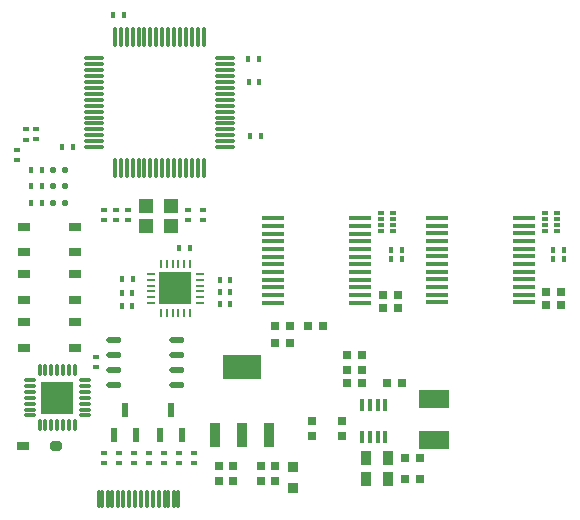
<source format=gtp>
G04*
G04 #@! TF.GenerationSoftware,Altium Limited,Altium Designer,21.5.1 (32)*
G04*
G04 Layer_Color=8421504*
%FSLAX25Y25*%
%MOIN*%
G70*
G04*
G04 #@! TF.SameCoordinates,8B6BA037-C385-438B-B8BE-B681DC7B7FEC*
G04*
G04*
G04 #@! TF.FilePolarity,Positive*
G04*
G01*
G75*
%ADD20R,0.01968X0.01575*%
%ADD21O,0.05118X0.01968*%
%ADD22R,0.01575X0.01968*%
%ADD23R,0.03937X0.03150*%
G04:AMPARAMS|DCode=24|XSize=39.37mil|YSize=31.5mil|CornerRadius=0mil|HoleSize=0mil|Usage=FLASHONLY|Rotation=0.000|XOffset=0mil|YOffset=0mil|HoleType=Round|Shape=Octagon|*
%AMOCTAGOND24*
4,1,8,0.01968,-0.00787,0.01968,0.00787,0.01181,0.01575,-0.01181,0.01575,-0.01968,0.00787,-0.01968,-0.00787,-0.01181,-0.01575,0.01181,-0.01575,0.01968,-0.00787,0.0*
%
%ADD24OCTAGOND24*%

%ADD25O,0.07087X0.01181*%
%ADD26O,0.01181X0.07087*%
%ADD27O,0.07480X0.01575*%
%ADD28R,0.07480X0.01575*%
%ADD29R,0.03937X0.02756*%
%ADD30R,0.11024X0.10630*%
G04:AMPARAMS|DCode=31|XSize=12mil|YSize=38mil|CornerRadius=3mil|HoleSize=0mil|Usage=FLASHONLY|Rotation=270.000|XOffset=0mil|YOffset=0mil|HoleType=Round|Shape=RoundedRectangle|*
%AMROUNDEDRECTD31*
21,1,0.01200,0.03200,0,0,270.0*
21,1,0.00600,0.03800,0,0,270.0*
1,1,0.00600,-0.01600,-0.00300*
1,1,0.00600,-0.01600,0.00300*
1,1,0.00600,0.01600,0.00300*
1,1,0.00600,0.01600,-0.00300*
%
%ADD31ROUNDEDRECTD31*%
G04:AMPARAMS|DCode=32|XSize=12mil|YSize=38mil|CornerRadius=3mil|HoleSize=0mil|Usage=FLASHONLY|Rotation=0.000|XOffset=0mil|YOffset=0mil|HoleType=Round|Shape=RoundedRectangle|*
%AMROUNDEDRECTD32*
21,1,0.01200,0.03200,0,0,0.0*
21,1,0.00600,0.03800,0,0,0.0*
1,1,0.00600,0.00300,-0.01600*
1,1,0.00600,-0.00300,-0.01600*
1,1,0.00600,-0.00300,0.01600*
1,1,0.00600,0.00300,0.01600*
%
%ADD32ROUNDEDRECTD32*%
G04:AMPARAMS|DCode=33|XSize=59.06mil|YSize=11.81mil|CornerRadius=2.95mil|HoleSize=0mil|Usage=FLASHONLY|Rotation=90.000|XOffset=0mil|YOffset=0mil|HoleType=Round|Shape=RoundedRectangle|*
%AMROUNDEDRECTD33*
21,1,0.05906,0.00591,0,0,90.0*
21,1,0.05315,0.01181,0,0,90.0*
1,1,0.00591,0.00295,0.02657*
1,1,0.00591,0.00295,-0.02657*
1,1,0.00591,-0.00295,-0.02657*
1,1,0.00591,-0.00295,0.02657*
%
%ADD33ROUNDEDRECTD33*%
%ADD34R,0.03000X0.03000*%
%ADD35R,0.03000X0.03000*%
%ADD36R,0.03500X0.05000*%
%ADD37R,0.01700X0.03850*%
%ADD38R,0.03543X0.08268*%
%ADD39R,0.12598X0.08268*%
%ADD40R,0.02362X0.05118*%
%ADD41R,0.03500X0.03500*%
%ADD42R,0.09843X0.05906*%
G04:AMPARAMS|DCode=43|XSize=20mil|YSize=20mil|CornerRadius=5mil|HoleSize=0mil|Usage=FLASHONLY|Rotation=90.000|XOffset=0mil|YOffset=0mil|HoleType=Round|Shape=RoundedRectangle|*
%AMROUNDEDRECTD43*
21,1,0.02000,0.01000,0,0,90.0*
21,1,0.01000,0.02000,0,0,90.0*
1,1,0.01000,0.00500,0.00500*
1,1,0.01000,0.00500,-0.00500*
1,1,0.01000,-0.00500,-0.00500*
1,1,0.01000,-0.00500,0.00500*
%
%ADD43ROUNDEDRECTD43*%
%ADD44O,0.00984X0.02756*%
%ADD45O,0.02756X0.00984*%
%ADD46R,0.10630X0.11024*%
%ADD47R,0.02362X0.01181*%
%ADD48R,0.02362X0.01575*%
%ADD49R,0.05118X0.04724*%
D20*
X19000Y63673D02*
D03*
Y60327D02*
D03*
X-7500Y129327D02*
D03*
Y132673D02*
D03*
X-4500Y136229D02*
D03*
X-4500Y139772D02*
D03*
X46500Y28327D02*
D03*
Y31673D02*
D03*
X41500D02*
D03*
Y28327D02*
D03*
X21500Y31673D02*
D03*
Y28327D02*
D03*
X31500Y31673D02*
D03*
Y28327D02*
D03*
X36500D02*
D03*
Y31673D02*
D03*
X51500D02*
D03*
Y28327D02*
D03*
X26500Y31673D02*
D03*
Y28327D02*
D03*
X-1000Y136500D02*
D03*
Y139847D02*
D03*
X29634Y109346D02*
D03*
X29634Y112889D02*
D03*
X25500Y109417D02*
D03*
Y112764D02*
D03*
X21500Y109319D02*
D03*
X21500Y112862D02*
D03*
X49500Y112862D02*
D03*
X49500Y109319D02*
D03*
X54500Y109319D02*
D03*
X54500Y112862D02*
D03*
D21*
X45933Y54500D02*
D03*
Y59500D02*
D03*
Y64500D02*
D03*
Y69500D02*
D03*
X25067Y54500D02*
D03*
Y59500D02*
D03*
Y64500D02*
D03*
Y69500D02*
D03*
D22*
X7728Y133591D02*
D03*
X11271Y133590D02*
D03*
X756Y115091D02*
D03*
X-2591D02*
D03*
X756Y120591D02*
D03*
X-2591D02*
D03*
X756Y126091D02*
D03*
X-2591D02*
D03*
X50181Y100090D02*
D03*
X46638Y100091D02*
D03*
X63736Y81295D02*
D03*
X60193Y81295D02*
D03*
X60291Y85295D02*
D03*
X63637D02*
D03*
X63736Y89295D02*
D03*
X60193Y89295D02*
D03*
X27729Y80795D02*
D03*
X31075D02*
D03*
X27729Y85193D02*
D03*
X31075D02*
D03*
X31272Y89590D02*
D03*
X27729Y89591D02*
D03*
X174771Y96500D02*
D03*
X171228Y96500D02*
D03*
X171229Y99500D02*
D03*
X174772Y99500D02*
D03*
X120772D02*
D03*
X117229Y99500D02*
D03*
X120771Y96500D02*
D03*
X117228Y96500D02*
D03*
X73772Y137500D02*
D03*
X70229Y137500D02*
D03*
X73173Y155500D02*
D03*
X69827D02*
D03*
X73272Y163181D02*
D03*
X69729Y163181D02*
D03*
X28272Y177590D02*
D03*
X24729Y177591D02*
D03*
D23*
X-5524Y34000D02*
D03*
D24*
X5500D02*
D03*
D25*
X18150Y133736D02*
D03*
Y135705D02*
D03*
Y137673D02*
D03*
Y139642D02*
D03*
Y141610D02*
D03*
Y143579D02*
D03*
Y145547D02*
D03*
Y147516D02*
D03*
Y149484D02*
D03*
Y151453D02*
D03*
Y153421D02*
D03*
Y155390D02*
D03*
Y157358D02*
D03*
Y159327D02*
D03*
Y161295D02*
D03*
Y163264D02*
D03*
X61850Y151453D02*
D03*
Y149484D02*
D03*
Y147516D02*
D03*
Y137673D02*
D03*
Y135705D02*
D03*
Y133736D02*
D03*
Y145547D02*
D03*
Y141610D02*
D03*
Y139642D02*
D03*
Y143579D02*
D03*
Y163264D02*
D03*
Y157358D02*
D03*
Y155390D02*
D03*
Y153421D02*
D03*
Y159327D02*
D03*
Y161295D02*
D03*
D26*
X25236Y170350D02*
D03*
X27205D02*
D03*
X29173D02*
D03*
X31142D02*
D03*
X33110D02*
D03*
X35079D02*
D03*
X37047D02*
D03*
X39016D02*
D03*
X40984D02*
D03*
X42953D02*
D03*
X44921D02*
D03*
X46890D02*
D03*
X48858D02*
D03*
X50827D02*
D03*
X52795D02*
D03*
X54764D02*
D03*
Y126650D02*
D03*
X52795D02*
D03*
X50827D02*
D03*
X48858D02*
D03*
X46890D02*
D03*
X44921D02*
D03*
X42953D02*
D03*
X40984D02*
D03*
X39016D02*
D03*
X37047D02*
D03*
X35079D02*
D03*
X33110D02*
D03*
X31142D02*
D03*
X29173D02*
D03*
X27205D02*
D03*
X25236D02*
D03*
D27*
X107000Y104886D02*
D03*
Y102327D02*
D03*
Y86972D02*
D03*
Y89531D02*
D03*
Y92091D02*
D03*
Y107445D02*
D03*
Y81854D02*
D03*
Y84413D02*
D03*
X77866Y81854D02*
D03*
Y84413D02*
D03*
Y107445D02*
D03*
Y104886D02*
D03*
Y102327D02*
D03*
Y99768D02*
D03*
Y97209D02*
D03*
Y94650D02*
D03*
Y92091D02*
D03*
Y89531D02*
D03*
Y86972D02*
D03*
X107000Y110004D02*
D03*
Y99768D02*
D03*
Y97209D02*
D03*
Y94650D02*
D03*
X161567Y94720D02*
D03*
Y97280D02*
D03*
Y99839D02*
D03*
Y110075D02*
D03*
X132433Y87043D02*
D03*
Y89602D02*
D03*
Y92161D02*
D03*
Y94720D02*
D03*
Y97280D02*
D03*
Y99839D02*
D03*
Y102398D02*
D03*
Y104957D02*
D03*
Y107516D02*
D03*
Y84484D02*
D03*
Y81925D02*
D03*
X161567Y84484D02*
D03*
Y81925D02*
D03*
Y107516D02*
D03*
Y92161D02*
D03*
Y89602D02*
D03*
Y87043D02*
D03*
Y102398D02*
D03*
Y104957D02*
D03*
D28*
X77866Y110004D02*
D03*
X132433Y110075D02*
D03*
D29*
X-4964Y75323D02*
D03*
X11965D02*
D03*
X-4964Y66858D02*
D03*
X11965D02*
D03*
Y82858D02*
D03*
X-4964D02*
D03*
X11965Y91323D02*
D03*
X-4964D02*
D03*
X11965Y98768D02*
D03*
X-4964D02*
D03*
X11965Y107232D02*
D03*
X-4964D02*
D03*
D30*
X6000Y50181D02*
D03*
D31*
X-3150Y44276D02*
D03*
Y46244D02*
D03*
Y48213D02*
D03*
Y50181D02*
D03*
Y52150D02*
D03*
Y54118D02*
D03*
Y56087D02*
D03*
X15150D02*
D03*
Y54118D02*
D03*
Y52150D02*
D03*
Y50181D02*
D03*
Y48213D02*
D03*
Y46244D02*
D03*
Y44276D02*
D03*
D32*
X95Y59331D02*
D03*
X2063D02*
D03*
X4032D02*
D03*
X6000D02*
D03*
X7969D02*
D03*
X9937D02*
D03*
X11906D02*
D03*
Y41031D02*
D03*
X9937D02*
D03*
X7969D02*
D03*
X6000D02*
D03*
X4032D02*
D03*
X2063D02*
D03*
X95D02*
D03*
D33*
X33984Y16512D02*
D03*
X32016D02*
D03*
X46189D02*
D03*
X45008D02*
D03*
X43039D02*
D03*
X41858D02*
D03*
X39890D02*
D03*
X37921D02*
D03*
X35953D02*
D03*
X30047D02*
D03*
X28079D02*
D03*
X26110D02*
D03*
X24142D02*
D03*
X22961D02*
D03*
X20992D02*
D03*
X19811D02*
D03*
D34*
X91000Y37441D02*
D03*
Y42559D02*
D03*
X101000Y42559D02*
D03*
Y37441D02*
D03*
X102500Y64559D02*
D03*
Y59441D02*
D03*
X107500Y64559D02*
D03*
Y59441D02*
D03*
X59900Y27421D02*
D03*
Y22303D02*
D03*
X78701D02*
D03*
Y27421D02*
D03*
X74000Y22303D02*
D03*
Y27421D02*
D03*
X64600Y22303D02*
D03*
Y27421D02*
D03*
D35*
X107559Y55000D02*
D03*
X102441D02*
D03*
X127059Y23000D02*
D03*
X121941D02*
D03*
X127059Y30000D02*
D03*
X121941D02*
D03*
X115941Y55000D02*
D03*
X121059D02*
D03*
X94559Y74000D02*
D03*
X89441D02*
D03*
X83559Y68500D02*
D03*
X78441D02*
D03*
X83559Y74000D02*
D03*
X78440D02*
D03*
X168941Y85500D02*
D03*
X174059D02*
D03*
X168941Y81000D02*
D03*
X174059D02*
D03*
X114441Y80000D02*
D03*
X119559D02*
D03*
X114441Y84500D02*
D03*
X119559D02*
D03*
D36*
X108760Y23000D02*
D03*
X116240D02*
D03*
X108760Y30000D02*
D03*
X116240D02*
D03*
D37*
X107661Y47875D02*
D03*
X110220D02*
D03*
X112780D02*
D03*
X115339D02*
D03*
Y37125D02*
D03*
X112780D02*
D03*
X110220D02*
D03*
X107661D02*
D03*
D38*
X58445Y37870D02*
D03*
X67500D02*
D03*
X76555D02*
D03*
D39*
X67500Y60311D02*
D03*
D40*
X28500Y46134D02*
D03*
X32240Y37866D02*
D03*
X24760D02*
D03*
X40260Y37732D02*
D03*
X47740D02*
D03*
X44000Y46000D02*
D03*
D41*
X84500Y27091D02*
D03*
Y20091D02*
D03*
D42*
X131500Y49890D02*
D03*
Y36110D02*
D03*
D43*
X4583Y126091D02*
D03*
X8583D02*
D03*
X4583Y120591D02*
D03*
X8583D02*
D03*
X4583Y115091D02*
D03*
X8583D02*
D03*
D44*
X40488Y78323D02*
D03*
X42457D02*
D03*
X44425D02*
D03*
X46394D02*
D03*
X48362D02*
D03*
X50331D02*
D03*
Y94858D02*
D03*
X48362D02*
D03*
X46394D02*
D03*
X44425D02*
D03*
X42457D02*
D03*
X40488D02*
D03*
D45*
X53677Y81669D02*
D03*
Y83638D02*
D03*
Y85606D02*
D03*
Y87575D02*
D03*
Y89543D02*
D03*
Y91512D02*
D03*
X37142D02*
D03*
Y89543D02*
D03*
Y87575D02*
D03*
Y85606D02*
D03*
Y83638D02*
D03*
Y81669D02*
D03*
D46*
X45409Y86591D02*
D03*
D47*
X168563Y109724D02*
D03*
Y107756D02*
D03*
X172500D02*
D03*
Y109724D02*
D03*
X117937D02*
D03*
Y107756D02*
D03*
X114000D02*
D03*
Y109724D02*
D03*
D48*
X168563Y111890D02*
D03*
Y105591D02*
D03*
X172500D02*
D03*
Y111890D02*
D03*
X117937D02*
D03*
Y105591D02*
D03*
X114000D02*
D03*
Y111890D02*
D03*
D49*
X43768Y114193D02*
D03*
X35500D02*
D03*
Y107500D02*
D03*
X43768D02*
D03*
M02*

</source>
